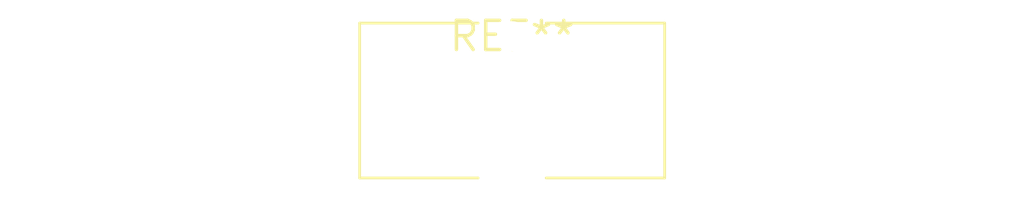
<source format=kicad_pcb>
(kicad_pcb (version 20240108) (generator pcbnew)
  (layers (0 "F.Cu" signal) (31 "B.Cu" signal) (34 "B.Paste" user) (35 "F.Paste" user) (36 "B.SilkS" user "B.Silkscreen") (37 "F.SilkS" user "F.Silkscreen") (38 "B.Mask" user) (39 "F.Mask" user) (44 "Edge.Cuts" user))
  (net 0 "")
  (footprint "L_Toroid_Vertical_L13.0mm_W6.5mm_P5.60mm" (layer "F.Cu") (at 0 0)
    (property "Reference" "REF**")
    (property "Value" "L_Toroid_Vertical_L13.0mm_W6.5mm_P5.60mm")
    (fp_line (start -6.62 -0.57) (end -6.62 6.17) (layer "F.SilkS") (stroke (width 0.12)))
    (fp_line (start -6.62 -0.57) (end -1.478 -0.57) (layer "F.SilkS") (stroke (width 0.12)))
    (fp_line (start -6.62 6.17) (end -1.478 6.17) (layer "F.SilkS") (stroke (width 0.12)))
    (fp_line (start 1.478 -0.57) (end 6.62 -0.57) (layer "F.SilkS") (stroke (width 0.12)))
    (fp_line (start 1.478 6.17) (end 6.62 6.17) (layer "F.SilkS") (stroke (width 0.12)))
    (fp_line (start 6.62 -0.57) (end 6.62 6.17) (layer "F.SilkS") (stroke (width 0.12)))
    (pad "1" thru_hole circle (at 0 0) (size 2.6 2.6) (drill 1.3) (layers *.Cu *.Mask) (remove_unused_layers))
    (pad "2" thru_hole circle (at 0 5.6) (size 2.6 2.6) (drill 1.3) (layers *.Cu *.Mask) (remove_unused_layers))
  )
)
</source>
